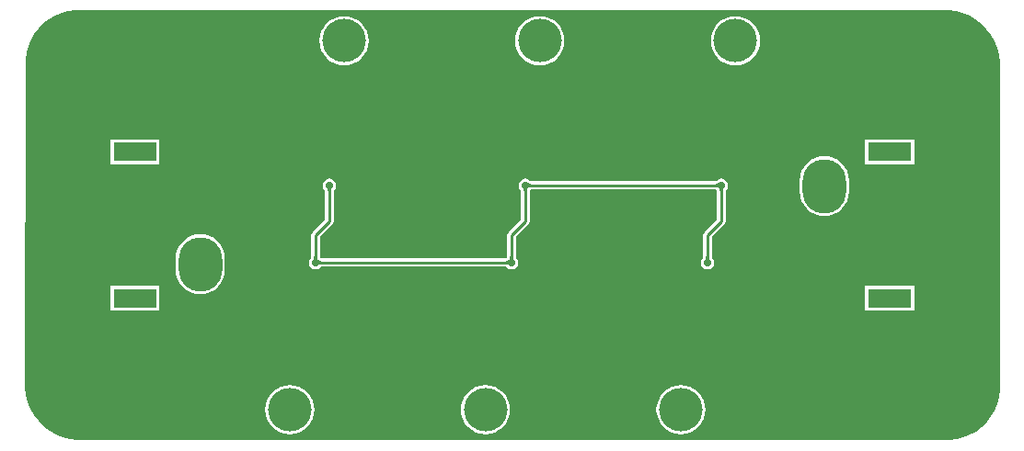
<source format=gbl>
G04*
G04 #@! TF.GenerationSoftware,Altium Limited,Altium Designer,20.0.2 (26)*
G04*
G04 Layer_Physical_Order=2*
G04 Layer_Color=16711680*
%FSLAX25Y25*%
%MOIN*%
G70*
G01*
G75*
%ADD11C,0.01000*%
%ADD29R,0.15748X0.06890*%
%ADD30O,0.15748X0.19685*%
%ADD31C,0.15748*%
%ADD32C,0.02400*%
%ADD33C,0.02800*%
G36*
X573910Y294158D02*
X576443Y293479D01*
X578865Y292476D01*
X581135Y291165D01*
X583215Y289569D01*
X585069Y287715D01*
X586665Y285635D01*
X587976Y283365D01*
X588979Y280943D01*
X589658Y278410D01*
X590000Y275811D01*
X590000Y274500D01*
X590000D01*
X590000Y274500D01*
X590000Y158000D01*
X590000Y156722D01*
X589666Y154188D01*
X589005Y151718D01*
X588027Y149357D01*
X586749Y147143D01*
X585192Y145115D01*
X583385Y143307D01*
X581357Y141751D01*
X579143Y140473D01*
X576782Y139495D01*
X574312Y138834D01*
X571778Y138500D01*
X570500Y138500D01*
X257000D01*
X255657Y138500D01*
X252994Y138851D01*
X250399Y139546D01*
X247917Y140574D01*
X245591Y141917D01*
X243460Y143552D01*
X241560Y145451D01*
X239925Y147583D01*
X238582Y149909D01*
X237554Y152391D01*
X236859Y154985D01*
X236508Y157649D01*
X236508Y158992D01*
X236992Y275492D01*
Y276738D01*
X237317Y279208D01*
X237962Y281615D01*
X238915Y283917D01*
X240161Y286075D01*
X241678Y288052D01*
X243440Y289813D01*
X245417Y291330D01*
X247575Y292576D01*
X249877Y293530D01*
X252284Y294175D01*
X254754Y294500D01*
X256000Y294500D01*
X256000Y294500D01*
X570000Y294500D01*
X571311Y294500D01*
X573910Y294158D01*
D02*
G37*
%LPC*%
G36*
X423228Y292417D02*
X421489Y292246D01*
X419816Y291738D01*
X418274Y290914D01*
X416923Y289805D01*
X415814Y288454D01*
X414990Y286912D01*
X414483Y285240D01*
X414311Y283500D01*
X414483Y281760D01*
X414990Y280088D01*
X415814Y278546D01*
X416923Y277195D01*
X418274Y276086D01*
X419816Y275262D01*
X421489Y274754D01*
X423228Y274583D01*
X424968Y274754D01*
X426641Y275262D01*
X428182Y276086D01*
X429534Y277195D01*
X430643Y278546D01*
X431466Y280088D01*
X431974Y281760D01*
X432145Y283500D01*
X431974Y285240D01*
X431466Y286912D01*
X430643Y288454D01*
X429534Y289805D01*
X428182Y290914D01*
X426641Y291738D01*
X424968Y292246D01*
X423228Y292417D01*
D02*
G37*
G36*
X494095Y292382D02*
X492355Y292210D01*
X490682Y291703D01*
X489141Y290879D01*
X487789Y289770D01*
X486680Y288419D01*
X485856Y286877D01*
X485349Y285204D01*
X485178Y283465D01*
X485349Y281725D01*
X485856Y280052D01*
X486680Y278511D01*
X487789Y277159D01*
X489141Y276050D01*
X490682Y275226D01*
X492355Y274719D01*
X494095Y274548D01*
X495834Y274719D01*
X497507Y275226D01*
X499049Y276050D01*
X500400Y277159D01*
X501509Y278511D01*
X502333Y280052D01*
X502840Y281725D01*
X503011Y283465D01*
X502840Y285204D01*
X502333Y286877D01*
X501509Y288419D01*
X500400Y289770D01*
X499049Y290879D01*
X497507Y291703D01*
X495834Y292210D01*
X494095Y292382D01*
D02*
G37*
G36*
X352362D02*
X350623Y292210D01*
X348950Y291703D01*
X347408Y290879D01*
X346057Y289770D01*
X344948Y288419D01*
X344124Y286877D01*
X343617Y285204D01*
X343445Y283465D01*
X343617Y281725D01*
X344124Y280052D01*
X344948Y278511D01*
X346057Y277159D01*
X347408Y276050D01*
X348950Y275226D01*
X350623Y274719D01*
X352362Y274548D01*
X354102Y274719D01*
X355775Y275226D01*
X357316Y276050D01*
X358667Y277159D01*
X359776Y278511D01*
X360600Y280052D01*
X361108Y281725D01*
X361279Y283465D01*
X361108Y285204D01*
X360600Y286877D01*
X359776Y288419D01*
X358667Y289770D01*
X357316Y290879D01*
X355775Y291703D01*
X354102Y292210D01*
X352362Y292382D01*
D02*
G37*
G36*
X558874Y247594D02*
X541126D01*
Y238705D01*
X558874D01*
Y247594D01*
D02*
G37*
G36*
X285474D02*
X267726D01*
Y238705D01*
X285474D01*
Y247594D01*
D02*
G37*
G36*
X489000Y233447D02*
X488064Y233261D01*
X487270Y232730D01*
X487207Y232636D01*
X487192Y232624D01*
X487155Y232598D01*
X487120Y232578D01*
X487084Y232561D01*
X487047Y232548D01*
X487007Y232537D01*
X486969Y232529D01*
X420031D01*
X419993Y232537D01*
X419953Y232548D01*
X419916Y232561D01*
X419880Y232578D01*
X419845Y232598D01*
X419808Y232624D01*
X419794Y232636D01*
X419730Y232730D01*
X418936Y233261D01*
X418000Y233447D01*
X417064Y233261D01*
X416270Y232730D01*
X415739Y231936D01*
X415553Y231000D01*
X415739Y230064D01*
X416270Y229270D01*
X416364Y229206D01*
X416376Y229192D01*
X416402Y229155D01*
X416422Y229120D01*
X416438Y229084D01*
X416452Y229047D01*
X416463Y229007D01*
X416471Y228969D01*
Y218634D01*
X411919Y214081D01*
X411587Y213585D01*
X411471Y213000D01*
Y205031D01*
X411463Y204993D01*
X411452Y204953D01*
X411439Y204916D01*
X411422Y204880D01*
X411402Y204845D01*
X411376Y204808D01*
X411364Y204794D01*
X411270Y204730D01*
X411206Y204636D01*
X411192Y204624D01*
X411155Y204598D01*
X411120Y204578D01*
X411084Y204561D01*
X411047Y204548D01*
X411007Y204537D01*
X410969Y204529D01*
X344031D01*
X343993Y204537D01*
X343953Y204548D01*
X343916Y204561D01*
X343880Y204578D01*
X343845Y204598D01*
X343808Y204624D01*
X343794Y204636D01*
X343730Y204730D01*
X343636Y204794D01*
X343624Y204808D01*
X343598Y204845D01*
X343578Y204880D01*
X343562Y204916D01*
X343548Y204953D01*
X343537Y204993D01*
X343529Y205031D01*
Y212367D01*
X348081Y216919D01*
X348413Y217415D01*
X348529Y218000D01*
Y228969D01*
X348537Y229007D01*
X348548Y229047D01*
X348562Y229084D01*
X348578Y229120D01*
X348598Y229155D01*
X348624Y229192D01*
X348636Y229206D01*
X348730Y229270D01*
X349261Y230064D01*
X349447Y231000D01*
X349261Y231936D01*
X348730Y232730D01*
X347936Y233261D01*
X347000Y233447D01*
X346064Y233261D01*
X345270Y232730D01*
X344739Y231936D01*
X344553Y231000D01*
X344739Y230064D01*
X345270Y229270D01*
X345364Y229206D01*
X345376Y229192D01*
X345402Y229155D01*
X345422Y229120D01*
X345439Y229084D01*
X345452Y229047D01*
X345463Y229007D01*
X345471Y228969D01*
Y218634D01*
X340919Y214081D01*
X340587Y213585D01*
X340471Y213000D01*
Y205031D01*
X340463Y204993D01*
X340452Y204953D01*
X340439Y204916D01*
X340422Y204880D01*
X340402Y204845D01*
X340376Y204808D01*
X340364Y204794D01*
X340270Y204730D01*
X339739Y203936D01*
X339553Y203000D01*
X339739Y202064D01*
X340270Y201270D01*
X341064Y200739D01*
X342000Y200553D01*
X342936Y200739D01*
X343730Y201270D01*
X343794Y201364D01*
X343808Y201376D01*
X343845Y201402D01*
X343880Y201422D01*
X343916Y201438D01*
X343953Y201452D01*
X343993Y201463D01*
X344031Y201471D01*
X410969D01*
X411007Y201463D01*
X411047Y201452D01*
X411084Y201438D01*
X411120Y201422D01*
X411155Y201402D01*
X411192Y201376D01*
X411206Y201364D01*
X411270Y201270D01*
X412064Y200739D01*
X413000Y200553D01*
X413936Y200739D01*
X414730Y201270D01*
X415261Y202064D01*
X415447Y203000D01*
X415261Y203936D01*
X414730Y204730D01*
X414636Y204794D01*
X414624Y204808D01*
X414598Y204845D01*
X414578Y204880D01*
X414562Y204916D01*
X414548Y204953D01*
X414537Y204993D01*
X414529Y205031D01*
Y212367D01*
X419081Y216919D01*
X419413Y217415D01*
X419529Y218000D01*
Y228969D01*
X419537Y229007D01*
X419548Y229047D01*
X419561Y229084D01*
X419578Y229120D01*
X419598Y229155D01*
X419624Y229192D01*
X419636Y229206D01*
X419730Y229270D01*
X419794Y229364D01*
X419808Y229376D01*
X419845Y229402D01*
X419880Y229422D01*
X419916Y229438D01*
X419953Y229452D01*
X419993Y229463D01*
X420031Y229471D01*
X486969D01*
X487007Y229463D01*
X487047Y229452D01*
X487084Y229438D01*
X487120Y229422D01*
X487155Y229402D01*
X487192Y229376D01*
X487207Y229364D01*
X487270Y229270D01*
X487364Y229206D01*
X487376Y229192D01*
X487402Y229155D01*
X487422Y229120D01*
X487438Y229084D01*
X487452Y229047D01*
X487463Y229007D01*
X487471Y228969D01*
Y218634D01*
X482919Y214081D01*
X482587Y213585D01*
X482471Y213000D01*
Y205031D01*
X482463Y204993D01*
X482452Y204953D01*
X482439Y204916D01*
X482422Y204880D01*
X482402Y204845D01*
X482376Y204808D01*
X482364Y204794D01*
X482270Y204730D01*
X481739Y203936D01*
X481553Y203000D01*
X481739Y202064D01*
X482270Y201270D01*
X483064Y200739D01*
X484000Y200553D01*
X484936Y200739D01*
X485730Y201270D01*
X486261Y202064D01*
X486447Y203000D01*
X486261Y203936D01*
X485730Y204730D01*
X485636Y204794D01*
X485624Y204808D01*
X485598Y204845D01*
X485578Y204880D01*
X485562Y204916D01*
X485548Y204953D01*
X485537Y204993D01*
X485529Y205031D01*
Y212367D01*
X490081Y216919D01*
X490413Y217415D01*
X490529Y218000D01*
Y228969D01*
X490537Y229007D01*
X490548Y229047D01*
X490561Y229084D01*
X490578Y229120D01*
X490598Y229155D01*
X490624Y229192D01*
X490636Y229206D01*
X490730Y229270D01*
X491261Y230064D01*
X491447Y231000D01*
X491261Y231936D01*
X490730Y232730D01*
X489936Y233261D01*
X489000Y233447D01*
D02*
G37*
G36*
X526378Y241634D02*
X524638Y241462D01*
X522966Y240955D01*
X521424Y240131D01*
X520073Y239022D01*
X518964Y237670D01*
X518140Y236129D01*
X517632Y234456D01*
X517461Y232716D01*
Y228780D01*
X517632Y227040D01*
X518140Y225367D01*
X518964Y223826D01*
X520073Y222474D01*
X521424Y221365D01*
X522966Y220541D01*
X524638Y220034D01*
X526378Y219863D01*
X528118Y220034D01*
X529790Y220541D01*
X531332Y221365D01*
X532683Y222474D01*
X533792Y223826D01*
X534616Y225367D01*
X535124Y227040D01*
X535295Y228780D01*
Y232716D01*
X535124Y234456D01*
X534616Y236129D01*
X533792Y237670D01*
X532683Y239022D01*
X531332Y240131D01*
X529790Y240955D01*
X528118Y241462D01*
X526378Y241634D01*
D02*
G37*
G36*
X300222Y213287D02*
X298482Y213116D01*
X296810Y212608D01*
X295268Y211784D01*
X293917Y210675D01*
X292808Y209324D01*
X291984Y207783D01*
X291476Y206110D01*
X291305Y204370D01*
Y200433D01*
X291476Y198694D01*
X291984Y197021D01*
X292808Y195479D01*
X293917Y194128D01*
X295268Y193019D01*
X296810Y192195D01*
X298482Y191687D01*
X300222Y191516D01*
X301962Y191687D01*
X303634Y192195D01*
X305176Y193019D01*
X306527Y194128D01*
X307636Y195479D01*
X308460Y197021D01*
X308968Y198694D01*
X309139Y200433D01*
Y204370D01*
X308968Y206110D01*
X308460Y207783D01*
X307636Y209324D01*
X306527Y210675D01*
X305176Y211784D01*
X303634Y212608D01*
X301962Y213116D01*
X300222Y213287D01*
D02*
G37*
G36*
X558874Y194445D02*
X541126D01*
Y185555D01*
X558874D01*
Y194445D01*
D02*
G37*
G36*
X285474D02*
X267726D01*
Y185555D01*
X285474D01*
Y194445D01*
D02*
G37*
G36*
X474409Y158523D02*
X472670Y158352D01*
X470997Y157844D01*
X469455Y157020D01*
X468104Y155912D01*
X466995Y154560D01*
X466171Y153019D01*
X465664Y151346D01*
X465492Y149606D01*
X465664Y147867D01*
X466171Y146194D01*
X466995Y144652D01*
X468104Y143301D01*
X469455Y142192D01*
X470997Y141368D01*
X472670Y140861D01*
X474409Y140689D01*
X476149Y140861D01*
X477822Y141368D01*
X479363Y142192D01*
X480715Y143301D01*
X481824Y144652D01*
X482648Y146194D01*
X483155Y147867D01*
X483326Y149606D01*
X483155Y151346D01*
X482648Y153019D01*
X481824Y154560D01*
X480715Y155912D01*
X479363Y157020D01*
X477822Y157844D01*
X476149Y158352D01*
X474409Y158523D01*
D02*
G37*
G36*
X403543D02*
X401804Y158352D01*
X400131Y157844D01*
X398589Y157020D01*
X397238Y155912D01*
X396129Y154560D01*
X395305Y153019D01*
X394798Y151346D01*
X394626Y149606D01*
X394798Y147867D01*
X395305Y146194D01*
X396129Y144652D01*
X397238Y143301D01*
X398589Y142192D01*
X400131Y141368D01*
X401804Y140861D01*
X403543Y140689D01*
X405283Y140861D01*
X406956Y141368D01*
X408497Y142192D01*
X409848Y143301D01*
X410957Y144652D01*
X411782Y146194D01*
X412289Y147867D01*
X412460Y149606D01*
X412289Y151346D01*
X411782Y153019D01*
X410957Y154560D01*
X409848Y155912D01*
X408497Y157020D01*
X406956Y157844D01*
X405283Y158352D01*
X403543Y158523D01*
D02*
G37*
G36*
X332677D02*
X330938Y158352D01*
X329265Y157844D01*
X327723Y157020D01*
X326372Y155912D01*
X325263Y154560D01*
X324439Y153019D01*
X323932Y151346D01*
X323760Y149606D01*
X323932Y147867D01*
X324439Y146194D01*
X325263Y144652D01*
X326372Y143301D01*
X327723Y142192D01*
X329265Y141368D01*
X330938Y140861D01*
X332677Y140689D01*
X334417Y140861D01*
X336089Y141368D01*
X337631Y142192D01*
X338982Y143301D01*
X340091Y144652D01*
X340915Y146194D01*
X341423Y147867D01*
X341594Y149606D01*
X341423Y151346D01*
X340915Y153019D01*
X340091Y154560D01*
X338982Y155912D01*
X337631Y157020D01*
X336089Y157844D01*
X334417Y158352D01*
X332677Y158523D01*
D02*
G37*
%LPD*%
G36*
X488000Y230020D02*
X487904Y230111D01*
X487804Y230193D01*
X487699Y230265D01*
X487591Y230327D01*
X487478Y230380D01*
X487361Y230423D01*
X487240Y230457D01*
X487115Y230481D01*
X486986Y230495D01*
X486852Y230500D01*
Y231500D01*
X486986Y231505D01*
X487115Y231519D01*
X487240Y231543D01*
X487361Y231577D01*
X487478Y231620D01*
X487591Y231673D01*
X487699Y231735D01*
X487804Y231807D01*
X487904Y231889D01*
X488000Y231980D01*
Y230020D01*
D02*
G37*
G36*
X419096Y231889D02*
X419196Y231807D01*
X419301Y231735D01*
X419409Y231673D01*
X419522Y231620D01*
X419639Y231577D01*
X419760Y231543D01*
X419885Y231519D01*
X420014Y231505D01*
X420148Y231500D01*
Y230500D01*
X420014Y230495D01*
X419885Y230481D01*
X419760Y230457D01*
X419639Y230423D01*
X419522Y230380D01*
X419409Y230327D01*
X419301Y230265D01*
X419196Y230193D01*
X419096Y230111D01*
X419000Y230020D01*
Y231980D01*
X419096Y231889D01*
D02*
G37*
G36*
X489889Y229904D02*
X489807Y229804D01*
X489735Y229699D01*
X489673Y229591D01*
X489620Y229478D01*
X489577Y229361D01*
X489543Y229240D01*
X489519Y229115D01*
X489505Y228986D01*
X489500Y228852D01*
X488500D01*
X488495Y228986D01*
X488481Y229115D01*
X488457Y229240D01*
X488423Y229361D01*
X488380Y229478D01*
X488327Y229591D01*
X488265Y229699D01*
X488193Y229804D01*
X488111Y229904D01*
X488020Y230000D01*
X489980D01*
X489889Y229904D01*
D02*
G37*
G36*
X418889D02*
X418807Y229804D01*
X418735Y229699D01*
X418673Y229591D01*
X418620Y229478D01*
X418577Y229361D01*
X418543Y229240D01*
X418519Y229115D01*
X418505Y228986D01*
X418500Y228852D01*
X417500D01*
X417495Y228986D01*
X417481Y229115D01*
X417457Y229240D01*
X417423Y229361D01*
X417380Y229478D01*
X417327Y229591D01*
X417265Y229699D01*
X417193Y229804D01*
X417111Y229904D01*
X417020Y230000D01*
X418980D01*
X418889Y229904D01*
D02*
G37*
G36*
X347889D02*
X347807Y229804D01*
X347735Y229699D01*
X347673Y229591D01*
X347620Y229478D01*
X347577Y229361D01*
X347543Y229240D01*
X347519Y229115D01*
X347505Y228986D01*
X347500Y228852D01*
X346500D01*
X346495Y228986D01*
X346481Y229115D01*
X346457Y229240D01*
X346423Y229361D01*
X346380Y229478D01*
X346327Y229591D01*
X346265Y229699D01*
X346193Y229804D01*
X346111Y229904D01*
X346020Y230000D01*
X347980D01*
X347889Y229904D01*
D02*
G37*
G36*
X484505Y205014D02*
X484519Y204885D01*
X484543Y204760D01*
X484577Y204639D01*
X484620Y204522D01*
X484673Y204409D01*
X484735Y204301D01*
X484807Y204196D01*
X484889Y204096D01*
X484980Y204000D01*
X483020D01*
X483111Y204096D01*
X483193Y204196D01*
X483265Y204301D01*
X483327Y204409D01*
X483380Y204522D01*
X483423Y204639D01*
X483457Y204760D01*
X483481Y204885D01*
X483495Y205014D01*
X483500Y205148D01*
X484500D01*
X484505Y205014D01*
D02*
G37*
G36*
X413505D02*
X413519Y204885D01*
X413543Y204760D01*
X413577Y204639D01*
X413620Y204522D01*
X413673Y204409D01*
X413735Y204301D01*
X413807Y204196D01*
X413889Y204096D01*
X413980Y204000D01*
X412020D01*
X412111Y204096D01*
X412193Y204196D01*
X412265Y204301D01*
X412327Y204409D01*
X412380Y204522D01*
X412423Y204639D01*
X412457Y204760D01*
X412481Y204885D01*
X412495Y205014D01*
X412500Y205148D01*
X413500D01*
X413505Y205014D01*
D02*
G37*
G36*
X342505D02*
X342519Y204885D01*
X342543Y204760D01*
X342577Y204639D01*
X342620Y204522D01*
X342673Y204409D01*
X342735Y204301D01*
X342807Y204196D01*
X342889Y204096D01*
X342980Y204000D01*
X341020D01*
X341111Y204096D01*
X341193Y204196D01*
X341265Y204301D01*
X341327Y204409D01*
X341380Y204522D01*
X341423Y204639D01*
X341457Y204760D01*
X341481Y204885D01*
X341495Y205014D01*
X341500Y205148D01*
X342500D01*
X342505Y205014D01*
D02*
G37*
G36*
X412000Y202020D02*
X411904Y202111D01*
X411804Y202193D01*
X411699Y202265D01*
X411591Y202327D01*
X411478Y202380D01*
X411361Y202423D01*
X411240Y202457D01*
X411115Y202481D01*
X410986Y202495D01*
X410852Y202500D01*
Y203500D01*
X410986Y203505D01*
X411115Y203519D01*
X411240Y203543D01*
X411361Y203577D01*
X411478Y203620D01*
X411591Y203673D01*
X411699Y203735D01*
X411804Y203807D01*
X411904Y203889D01*
X412000Y203980D01*
Y202020D01*
D02*
G37*
G36*
X343096Y203889D02*
X343196Y203807D01*
X343301Y203735D01*
X343409Y203673D01*
X343522Y203620D01*
X343639Y203577D01*
X343760Y203543D01*
X343885Y203519D01*
X344014Y203505D01*
X344148Y203500D01*
Y202500D01*
X344014Y202495D01*
X343885Y202481D01*
X343760Y202457D01*
X343639Y202423D01*
X343522Y202380D01*
X343409Y202327D01*
X343301Y202265D01*
X343196Y202193D01*
X343096Y202111D01*
X343000Y202020D01*
Y203980D01*
X343096Y203889D01*
D02*
G37*
D11*
X342000Y203000D02*
Y213000D01*
X347000Y218000D01*
X418000Y231000D02*
X489000D01*
X342000Y203000D02*
X413000D01*
X484000Y213000D02*
X489000Y218000D01*
X484000Y203000D02*
Y213000D01*
X489000Y218000D02*
Y231000D01*
X413000Y213000D02*
X418000Y218000D01*
X413000Y203000D02*
Y213000D01*
X418000Y218000D02*
Y231000D01*
X347000Y218000D02*
Y231000D01*
D29*
X550000Y190000D02*
D03*
Y243150D02*
D03*
X276600D02*
D03*
Y190000D02*
D03*
D30*
X526378Y202402D02*
D03*
Y230748D02*
D03*
X300222D02*
D03*
Y202402D02*
D03*
D31*
X494095Y283465D02*
D03*
X474409D02*
D03*
X423228Y283500D02*
D03*
X403543D02*
D03*
X352362Y283465D02*
D03*
X332677D02*
D03*
X474409Y149606D02*
D03*
X494095D02*
D03*
X403543D02*
D03*
X423228D02*
D03*
X332677D02*
D03*
X352362D02*
D03*
D32*
X474500Y216000D02*
D03*
D33*
X484000Y203000D02*
D03*
X489000Y231000D02*
D03*
X413000Y203000D02*
D03*
X418000Y231000D02*
D03*
X347000D02*
D03*
X342000Y203000D02*
D03*
M02*

</source>
